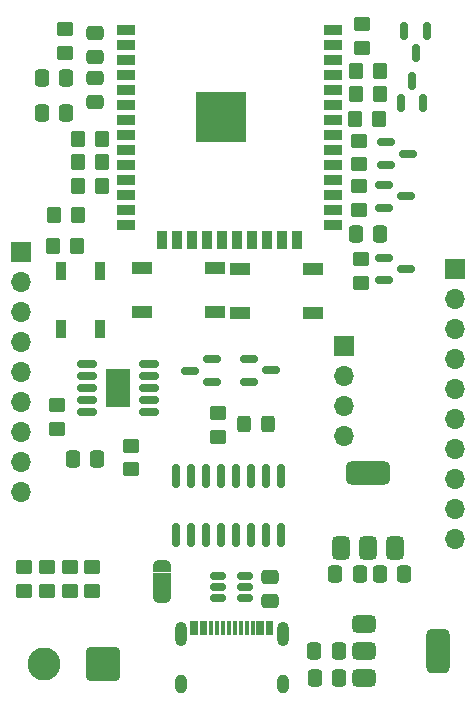
<source format=gbr>
%TF.GenerationSoftware,KiCad,Pcbnew,9.0.0*%
%TF.CreationDate,2025-04-10T21:45:59-06:00*%
%TF.ProjectId,esp32,65737033-322e-46b6-9963-61645f706362,rev?*%
%TF.SameCoordinates,Original*%
%TF.FileFunction,Soldermask,Top*%
%TF.FilePolarity,Negative*%
%FSLAX46Y46*%
G04 Gerber Fmt 4.6, Leading zero omitted, Abs format (unit mm)*
G04 Created by KiCad (PCBNEW 9.0.0) date 2025-04-10 21:45:59*
%MOMM*%
%LPD*%
G01*
G04 APERTURE LIST*
G04 Aperture macros list*
%AMRoundRect*
0 Rectangle with rounded corners*
0 $1 Rounding radius*
0 $2 $3 $4 $5 $6 $7 $8 $9 X,Y pos of 4 corners*
0 Add a 4 corners polygon primitive as box body*
4,1,4,$2,$3,$4,$5,$6,$7,$8,$9,$2,$3,0*
0 Add four circle primitives for the rounded corners*
1,1,$1+$1,$2,$3*
1,1,$1+$1,$4,$5*
1,1,$1+$1,$6,$7*
1,1,$1+$1,$8,$9*
0 Add four rect primitives between the rounded corners*
20,1,$1+$1,$2,$3,$4,$5,0*
20,1,$1+$1,$4,$5,$6,$7,0*
20,1,$1+$1,$6,$7,$8,$9,0*
20,1,$1+$1,$8,$9,$2,$3,0*%
%AMFreePoly0*
4,1,23,0.550000,-0.750000,0.000000,-0.750000,0.000000,-0.745722,-0.065263,-0.745722,-0.191342,-0.711940,-0.304381,-0.646677,-0.396677,-0.554381,-0.461940,-0.441342,-0.495722,-0.315263,-0.495722,-0.250000,-0.500000,-0.250000,-0.500000,0.250000,-0.495722,0.250000,-0.495722,0.315263,-0.461940,0.441342,-0.396677,0.554381,-0.304381,0.646677,-0.191342,0.711940,-0.065263,0.745722,0.000000,0.745722,
0.000000,0.750000,0.550000,0.750000,0.550000,-0.750000,0.550000,-0.750000,$1*%
%AMFreePoly1*
4,1,23,0.000000,0.745722,0.065263,0.745722,0.191342,0.711940,0.304381,0.646677,0.396677,0.554381,0.461940,0.441342,0.495722,0.315263,0.495722,0.250000,0.500000,0.250000,0.500000,-0.250000,0.495722,-0.250000,0.495722,-0.315263,0.461940,-0.441342,0.396677,-0.554381,0.304381,-0.646677,0.191342,-0.711940,0.065263,-0.745722,0.000000,-0.745722,0.000000,-0.750000,-0.550000,-0.750000,
-0.550000,0.750000,0.000000,0.750000,0.000000,0.745722,0.000000,0.745722,$1*%
G04 Aperture macros list end*
%ADD10RoundRect,0.150000X-0.512500X-0.150000X0.512500X-0.150000X0.512500X0.150000X-0.512500X0.150000X0*%
%ADD11RoundRect,0.150000X0.150000X-0.825000X0.150000X0.825000X-0.150000X0.825000X-0.150000X-0.825000X0*%
%ADD12FreePoly0,270.000000*%
%ADD13R,1.500000X1.000000*%
%ADD14FreePoly1,270.000000*%
%ADD15RoundRect,0.250000X-0.450000X0.350000X-0.450000X-0.350000X0.450000X-0.350000X0.450000X0.350000X0*%
%ADD16RoundRect,0.150000X-0.587500X-0.150000X0.587500X-0.150000X0.587500X0.150000X-0.587500X0.150000X0*%
%ADD17RoundRect,0.150000X0.150000X-0.587500X0.150000X0.587500X-0.150000X0.587500X-0.150000X-0.587500X0*%
%ADD18R,1.800000X1.100000*%
%ADD19RoundRect,0.250000X-0.350000X-0.450000X0.350000X-0.450000X0.350000X0.450000X-0.350000X0.450000X0*%
%ADD20RoundRect,0.250000X0.450000X-0.350000X0.450000X0.350000X-0.450000X0.350000X-0.450000X-0.350000X0*%
%ADD21R,1.700000X1.700000*%
%ADD22O,1.700000X1.700000*%
%ADD23RoundRect,0.250000X-0.337500X-0.475000X0.337500X-0.475000X0.337500X0.475000X-0.337500X0.475000X0*%
%ADD24R,0.300000X1.150000*%
%ADD25O,1.000000X2.100000*%
%ADD26O,1.000000X1.600000*%
%ADD27RoundRect,0.250000X0.350000X0.450000X-0.350000X0.450000X-0.350000X-0.450000X0.350000X-0.450000X0*%
%ADD28RoundRect,0.090000X0.360000X-0.660000X0.360000X0.660000X-0.360000X0.660000X-0.360000X-0.660000X0*%
%ADD29RoundRect,0.250000X-0.475000X0.337500X-0.475000X-0.337500X0.475000X-0.337500X0.475000X0.337500X0*%
%ADD30RoundRect,0.250000X0.475000X-0.337500X0.475000X0.337500X-0.475000X0.337500X-0.475000X-0.337500X0*%
%ADD31RoundRect,0.150000X-0.687500X-0.150000X0.687500X-0.150000X0.687500X0.150000X-0.687500X0.150000X0*%
%ADD32R,2.100000X3.300000*%
%ADD33RoundRect,0.150000X-0.150000X0.587500X-0.150000X-0.587500X0.150000X-0.587500X0.150000X0.587500X0*%
%ADD34RoundRect,0.375000X-0.625000X-0.375000X0.625000X-0.375000X0.625000X0.375000X-0.625000X0.375000X0*%
%ADD35RoundRect,0.500000X-0.500000X-1.400000X0.500000X-1.400000X0.500000X1.400000X-0.500000X1.400000X0*%
%ADD36RoundRect,0.150000X0.587500X0.150000X-0.587500X0.150000X-0.587500X-0.150000X0.587500X-0.150000X0*%
%ADD37RoundRect,0.375000X0.375000X-0.625000X0.375000X0.625000X-0.375000X0.625000X-0.375000X-0.625000X0*%
%ADD38RoundRect,0.500000X1.400000X-0.500000X1.400000X0.500000X-1.400000X0.500000X-1.400000X-0.500000X0*%
%ADD39RoundRect,0.250000X0.337500X0.475000X-0.337500X0.475000X-0.337500X-0.475000X0.337500X-0.475000X0*%
%ADD40RoundRect,0.250001X1.149999X1.149999X-1.149999X1.149999X-1.149999X-1.149999X1.149999X-1.149999X0*%
%ADD41C,2.800000*%
%ADD42RoundRect,0.250000X-0.325000X-0.450000X0.325000X-0.450000X0.325000X0.450000X-0.325000X0.450000X0*%
%ADD43R,1.500000X0.900000*%
%ADD44R,0.900000X1.500000*%
%ADD45C,0.600000*%
%ADD46R,4.200000X4.200000*%
G04 APERTURE END LIST*
%TO.C,JP1*%
G36*
X71405000Y-113190000D02*
G01*
X69905000Y-113190000D01*
X69905000Y-114690000D01*
X71405000Y-114690000D01*
X71405000Y-113190000D01*
G37*
%TD*%
D10*
%TO.C,U5*%
X75412500Y-113420000D03*
X75412500Y-114370000D03*
X75412500Y-115320000D03*
X77687500Y-115320000D03*
X77687500Y-114370000D03*
X77687500Y-113420000D03*
%TD*%
D11*
%TO.C,U4*%
X71880000Y-109955000D03*
X73150000Y-109955000D03*
X74420000Y-109955000D03*
X75690000Y-109955000D03*
X76960000Y-109955000D03*
X78230000Y-109955000D03*
X79500000Y-109955000D03*
X80770000Y-109955000D03*
X80770000Y-105005000D03*
X79500000Y-105005000D03*
X78230000Y-105005000D03*
X76960000Y-105005000D03*
X75690000Y-105005000D03*
X74420000Y-105005000D03*
X73150000Y-105005000D03*
X71880000Y-105005000D03*
%TD*%
D12*
%TO.C,JP1*%
X70655000Y-112640000D03*
D13*
X70655000Y-113940000D03*
D14*
X70655000Y-115240000D03*
%TD*%
D15*
%TO.C,R15*%
X60933333Y-112695000D03*
X60933333Y-114695000D03*
%TD*%
D16*
%TO.C,Q5*%
X89492500Y-86520000D03*
X89492500Y-88420000D03*
X91367500Y-87470000D03*
%TD*%
D17*
%TO.C,Q4*%
X90880000Y-73392500D03*
X92780000Y-73392500D03*
X91830000Y-71517500D03*
%TD*%
D18*
%TO.C,SW2*%
X68974000Y-87365000D03*
X75174000Y-87365000D03*
X68974000Y-91065000D03*
X75174000Y-91065000D03*
%TD*%
D19*
%TO.C,R1*%
X61540000Y-82915000D03*
X63540000Y-82915000D03*
%TD*%
D20*
%TO.C,R2*%
X62465000Y-69140000D03*
X62465000Y-67140000D03*
%TD*%
D21*
%TO.C,J2*%
X95470000Y-87420000D03*
D22*
X95470000Y-89960000D03*
X95470000Y-92500000D03*
X95470000Y-95040000D03*
X95470000Y-97580000D03*
X95470000Y-100120000D03*
X95470000Y-102660000D03*
X95470000Y-105200000D03*
X95470000Y-107740000D03*
X95470000Y-110280000D03*
%TD*%
D19*
%TO.C,R3*%
X61460000Y-85535000D03*
X63460000Y-85535000D03*
%TD*%
D23*
%TO.C,C8*%
X89122500Y-113310000D03*
X91197500Y-113310000D03*
%TD*%
D24*
%TO.C,J4*%
X73240000Y-117815000D03*
X74040000Y-117815000D03*
X75340000Y-117815000D03*
X76340000Y-117815000D03*
X76840000Y-117815000D03*
X77840000Y-117815000D03*
X79140000Y-117815000D03*
X79940000Y-117815000D03*
X79640000Y-117815000D03*
X78840000Y-117815000D03*
X78340000Y-117815000D03*
X77340000Y-117815000D03*
X75840000Y-117815000D03*
X74840000Y-117815000D03*
X74340000Y-117815000D03*
X73540000Y-117815000D03*
D25*
X72270000Y-118380000D03*
D26*
X72270000Y-122560000D03*
D25*
X80910000Y-118380000D03*
D26*
X80910000Y-122560000D03*
%TD*%
D16*
%TO.C,Q2*%
X89612500Y-76740000D03*
X89612500Y-78640000D03*
X91487500Y-77690000D03*
%TD*%
D19*
%TO.C,R10*%
X63595000Y-76487500D03*
X65595000Y-76487500D03*
%TD*%
%TO.C,R11*%
X63560000Y-80400000D03*
X65560000Y-80400000D03*
%TD*%
D27*
%TO.C,R12*%
X89105000Y-72625000D03*
X87105000Y-72625000D03*
%TD*%
D28*
%TO.C,D1*%
X62155000Y-92550000D03*
X65455000Y-92550000D03*
X65455000Y-87650000D03*
X62155000Y-87650000D03*
%TD*%
D18*
%TO.C,SW1*%
X77288000Y-87445000D03*
X83488000Y-87445000D03*
X77288000Y-91145000D03*
X83488000Y-91145000D03*
%TD*%
D21*
%TO.C,J1*%
X58765000Y-86030000D03*
D22*
X58765000Y-88570000D03*
X58765000Y-91110000D03*
X58765000Y-93650000D03*
X58765000Y-96190000D03*
X58765000Y-98730000D03*
X58765000Y-101270000D03*
X58765000Y-103810000D03*
X58765000Y-106350000D03*
%TD*%
D15*
%TO.C,R18*%
X75385000Y-99650000D03*
X75385000Y-101650000D03*
%TD*%
D20*
%TO.C,R13*%
X87500000Y-88600000D03*
X87500000Y-86600000D03*
%TD*%
D29*
%TO.C,C10*%
X79845000Y-113502500D03*
X79845000Y-115577500D03*
%TD*%
D23*
%TO.C,C2*%
X60502500Y-71245000D03*
X62577500Y-71245000D03*
%TD*%
D27*
%TO.C,R7*%
X89135000Y-70720000D03*
X87135000Y-70720000D03*
%TD*%
D23*
%TO.C,C6*%
X63122500Y-103505000D03*
X65197500Y-103505000D03*
%TD*%
%TO.C,C1*%
X60502500Y-74255000D03*
X62577500Y-74255000D03*
%TD*%
D30*
%TO.C,C4*%
X64965000Y-69527500D03*
X64965000Y-67452500D03*
%TD*%
D15*
%TO.C,R16*%
X62851667Y-112695000D03*
X62851667Y-114695000D03*
%TD*%
D31*
%TO.C,U2*%
X64297500Y-95535000D03*
X64297500Y-96535000D03*
X64297500Y-97535000D03*
X64297500Y-98535000D03*
X64297500Y-99535000D03*
X69572500Y-99535000D03*
X69572500Y-98535000D03*
X69572500Y-97535000D03*
X69572500Y-96535000D03*
X69572500Y-95535000D03*
D32*
X66935000Y-97535000D03*
%TD*%
D33*
%TO.C,Q1*%
X93090000Y-67297500D03*
X91190000Y-67297500D03*
X92140000Y-69172500D03*
%TD*%
D15*
%TO.C,R17*%
X59015000Y-112695000D03*
X59015000Y-114695000D03*
%TD*%
D34*
%TO.C,U6*%
X87780000Y-117490000D03*
X87780000Y-119790000D03*
X87780000Y-122090000D03*
D35*
X94080000Y-119790000D03*
%TD*%
D36*
%TO.C,Q6*%
X74922500Y-97005000D03*
X74922500Y-95105000D03*
X73047500Y-96055000D03*
%TD*%
D37*
%TO.C,U3*%
X85795000Y-111035000D03*
X88095000Y-111035000D03*
X90395000Y-111035000D03*
D38*
X88095000Y-104735000D03*
%TD*%
D27*
%TO.C,R5*%
X89025000Y-74775000D03*
X87025000Y-74775000D03*
%TD*%
D39*
%TO.C,C9*%
X85617500Y-119820000D03*
X83542500Y-119820000D03*
%TD*%
D19*
%TO.C,R9*%
X63565000Y-78435000D03*
X65565000Y-78435000D03*
%TD*%
D20*
%TO.C,R4*%
X87585000Y-68720000D03*
X87585000Y-66720000D03*
%TD*%
D39*
%TO.C,C11*%
X85667500Y-122100000D03*
X83592500Y-122100000D03*
%TD*%
D15*
%TO.C,R14*%
X61770000Y-99000000D03*
X61770000Y-101000000D03*
%TD*%
D29*
%TO.C,C5*%
X64980000Y-71257500D03*
X64980000Y-73332500D03*
%TD*%
D39*
%TO.C,C7*%
X87417500Y-113310000D03*
X85342500Y-113310000D03*
%TD*%
D16*
%TO.C,Q3*%
X89487500Y-80350000D03*
X89487500Y-82250000D03*
X91362500Y-81300000D03*
%TD*%
D20*
%TO.C,R8*%
X87365000Y-78595000D03*
X87365000Y-76595000D03*
%TD*%
D40*
%TO.C,J5*%
X65695000Y-120905000D03*
D41*
X60695000Y-120905000D03*
%TD*%
D42*
%TO.C,D2*%
X77615000Y-100610000D03*
X79665000Y-100610000D03*
%TD*%
D15*
%TO.C,R19*%
X64770000Y-112695000D03*
X64770000Y-114695000D03*
%TD*%
%TO.C,R6*%
X87375000Y-80435000D03*
X87375000Y-82435000D03*
%TD*%
D23*
%TO.C,C3*%
X87067500Y-84450000D03*
X89142500Y-84450000D03*
%TD*%
D43*
%TO.C,U1*%
X67615000Y-67220000D03*
X67615000Y-68490000D03*
X67615000Y-69760000D03*
X67615000Y-71030000D03*
X67615000Y-72300000D03*
X67615000Y-73570000D03*
X67615000Y-74840000D03*
X67615000Y-76110000D03*
X67615000Y-77380000D03*
X67615000Y-78650000D03*
X67615000Y-79920000D03*
X67615000Y-81190000D03*
X67615000Y-82460000D03*
X67615000Y-83730000D03*
D44*
X70655000Y-84980000D03*
X71925000Y-84980000D03*
X73195000Y-84980000D03*
X74465000Y-84980000D03*
X75735000Y-84980000D03*
X77005000Y-84980000D03*
X78275000Y-84980000D03*
X79545000Y-84980000D03*
X80815000Y-84980000D03*
X82085000Y-84980000D03*
D43*
X85115000Y-83730000D03*
X85115000Y-82460000D03*
X85115000Y-81190000D03*
X85115000Y-79920000D03*
X85115000Y-78650000D03*
X85115000Y-77380000D03*
X85115000Y-76110000D03*
X85115000Y-74840000D03*
X85115000Y-73570000D03*
X85115000Y-72300000D03*
X85115000Y-71030000D03*
X85115000Y-69760000D03*
X85115000Y-68490000D03*
X85115000Y-67220000D03*
D45*
X74160000Y-73797500D03*
X74160000Y-75322500D03*
X74922500Y-73035000D03*
X74922500Y-74560000D03*
X74922500Y-76085000D03*
X75685000Y-73797500D03*
D46*
X75685000Y-74560000D03*
D45*
X75685000Y-75322500D03*
X76447500Y-73035000D03*
X76447500Y-74560000D03*
X76447500Y-76085000D03*
X77210000Y-73797500D03*
X77210000Y-75322500D03*
%TD*%
D20*
%TO.C,R20*%
X68015000Y-104400000D03*
X68015000Y-102400000D03*
%TD*%
D16*
%TO.C,Q7*%
X78022500Y-95095000D03*
X78022500Y-96995000D03*
X79897500Y-96045000D03*
%TD*%
D21*
%TO.C,J3*%
X86075000Y-93995000D03*
D22*
X86075000Y-96535000D03*
X86075000Y-99075000D03*
X86075000Y-101615000D03*
%TD*%
M02*

</source>
